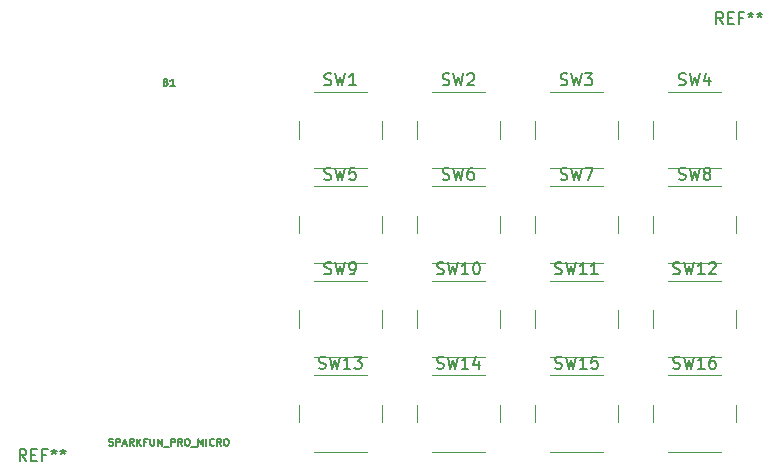
<source format=gbr>
G04 #@! TF.GenerationSoftware,KiCad,Pcbnew,(5.1.6)-1*
G04 #@! TF.CreationDate,2021-02-20T14:11:22-05:00*
G04 #@! TF.ProjectId,MacroKeyboard2,4d616372-6f4b-4657-9962-6f617264322e,rev?*
G04 #@! TF.SameCoordinates,Original*
G04 #@! TF.FileFunction,Legend,Top*
G04 #@! TF.FilePolarity,Positive*
%FSLAX46Y46*%
G04 Gerber Fmt 4.6, Leading zero omitted, Abs format (unit mm)*
G04 Created by KiCad (PCBNEW (5.1.6)-1) date 2021-02-20 14:11:22*
%MOMM*%
%LPD*%
G01*
G04 APERTURE LIST*
%ADD10C,0.120000*%
%ADD11C,0.150000*%
%ADD12C,0.127000*%
G04 APERTURE END LIST*
D10*
G04 #@! TO.C,SW1*
X106750000Y-35000000D02*
X106750000Y-33500000D01*
X105500000Y-31000000D02*
X101000000Y-31000000D01*
X99750000Y-33500000D02*
X99750000Y-35000000D01*
X101000000Y-37500000D02*
X105500000Y-37500000D01*
G04 #@! TO.C,SW2*
X111000000Y-37500000D02*
X115500000Y-37500000D01*
X109750000Y-33500000D02*
X109750000Y-35000000D01*
X115500000Y-31000000D02*
X111000000Y-31000000D01*
X116750000Y-35000000D02*
X116750000Y-33500000D01*
G04 #@! TO.C,SW3*
X121000000Y-37500000D02*
X125500000Y-37500000D01*
X119750000Y-33500000D02*
X119750000Y-35000000D01*
X125500000Y-31000000D02*
X121000000Y-31000000D01*
X126750000Y-35000000D02*
X126750000Y-33500000D01*
G04 #@! TO.C,SW4*
X131000000Y-37500000D02*
X135500000Y-37500000D01*
X129750000Y-33500000D02*
X129750000Y-35000000D01*
X135500000Y-31000000D02*
X131000000Y-31000000D01*
X136750000Y-35000000D02*
X136750000Y-33500000D01*
G04 #@! TO.C,SW5*
X101000000Y-45500000D02*
X105500000Y-45500000D01*
X99750000Y-41500000D02*
X99750000Y-43000000D01*
X105500000Y-39000000D02*
X101000000Y-39000000D01*
X106750000Y-43000000D02*
X106750000Y-41500000D01*
G04 #@! TO.C,SW6*
X116750000Y-43000000D02*
X116750000Y-41500000D01*
X115500000Y-39000000D02*
X111000000Y-39000000D01*
X109750000Y-41500000D02*
X109750000Y-43000000D01*
X111000000Y-45500000D02*
X115500000Y-45500000D01*
G04 #@! TO.C,SW7*
X126750000Y-43000000D02*
X126750000Y-41500000D01*
X125500000Y-39000000D02*
X121000000Y-39000000D01*
X119750000Y-41500000D02*
X119750000Y-43000000D01*
X121000000Y-45500000D02*
X125500000Y-45500000D01*
G04 #@! TO.C,SW8*
X136750000Y-43000000D02*
X136750000Y-41500000D01*
X135500000Y-39000000D02*
X131000000Y-39000000D01*
X129750000Y-41500000D02*
X129750000Y-43000000D01*
X131000000Y-45500000D02*
X135500000Y-45500000D01*
G04 #@! TO.C,SW9*
X106750000Y-51000000D02*
X106750000Y-49500000D01*
X105500000Y-47000000D02*
X101000000Y-47000000D01*
X99750000Y-49500000D02*
X99750000Y-51000000D01*
X101000000Y-53500000D02*
X105500000Y-53500000D01*
G04 #@! TO.C,SW10*
X111000000Y-53500000D02*
X115500000Y-53500000D01*
X109750000Y-49500000D02*
X109750000Y-51000000D01*
X115500000Y-47000000D02*
X111000000Y-47000000D01*
X116750000Y-51000000D02*
X116750000Y-49500000D01*
G04 #@! TO.C,SW11*
X126750000Y-51000000D02*
X126750000Y-49500000D01*
X125500000Y-47000000D02*
X121000000Y-47000000D01*
X119750000Y-49500000D02*
X119750000Y-51000000D01*
X121000000Y-53500000D02*
X125500000Y-53500000D01*
G04 #@! TO.C,SW12*
X131000000Y-53500000D02*
X135500000Y-53500000D01*
X129750000Y-49500000D02*
X129750000Y-51000000D01*
X135500000Y-47000000D02*
X131000000Y-47000000D01*
X136750000Y-51000000D02*
X136750000Y-49500000D01*
G04 #@! TO.C,SW13*
X101000000Y-61500000D02*
X105500000Y-61500000D01*
X99750000Y-57500000D02*
X99750000Y-59000000D01*
X105500000Y-55000000D02*
X101000000Y-55000000D01*
X106750000Y-59000000D02*
X106750000Y-57500000D01*
G04 #@! TO.C,SW14*
X116750000Y-59000000D02*
X116750000Y-57500000D01*
X115500000Y-55000000D02*
X111000000Y-55000000D01*
X109750000Y-57500000D02*
X109750000Y-59000000D01*
X111000000Y-61500000D02*
X115500000Y-61500000D01*
G04 #@! TO.C,SW15*
X121000000Y-61500000D02*
X125500000Y-61500000D01*
X119750000Y-57500000D02*
X119750000Y-59000000D01*
X125500000Y-55000000D02*
X121000000Y-55000000D01*
X126750000Y-59000000D02*
X126750000Y-57500000D01*
G04 #@! TO.C,SW16*
X136750000Y-59000000D02*
X136750000Y-57500000D01*
X135500000Y-55000000D02*
X131000000Y-55000000D01*
X129750000Y-57500000D02*
X129750000Y-59000000D01*
X131000000Y-61500000D02*
X135500000Y-61500000D01*
G04 #@! TO.C,REF\u002A\u002A*
D11*
X76666666Y-62252380D02*
X76333333Y-61776190D01*
X76095238Y-62252380D02*
X76095238Y-61252380D01*
X76476190Y-61252380D01*
X76571428Y-61300000D01*
X76619047Y-61347619D01*
X76666666Y-61442857D01*
X76666666Y-61585714D01*
X76619047Y-61680952D01*
X76571428Y-61728571D01*
X76476190Y-61776190D01*
X76095238Y-61776190D01*
X77095238Y-61728571D02*
X77428571Y-61728571D01*
X77571428Y-62252380D02*
X77095238Y-62252380D01*
X77095238Y-61252380D01*
X77571428Y-61252380D01*
X78333333Y-61728571D02*
X78000000Y-61728571D01*
X78000000Y-62252380D02*
X78000000Y-61252380D01*
X78476190Y-61252380D01*
X79000000Y-61252380D02*
X79000000Y-61490476D01*
X78761904Y-61395238D02*
X79000000Y-61490476D01*
X79238095Y-61395238D01*
X78857142Y-61680952D02*
X79000000Y-61490476D01*
X79142857Y-61680952D01*
X79761904Y-61252380D02*
X79761904Y-61490476D01*
X79523809Y-61395238D02*
X79761904Y-61490476D01*
X80000000Y-61395238D01*
X79619047Y-61680952D02*
X79761904Y-61490476D01*
X79904761Y-61680952D01*
X135666666Y-25252380D02*
X135333333Y-24776190D01*
X135095238Y-25252380D02*
X135095238Y-24252380D01*
X135476190Y-24252380D01*
X135571428Y-24300000D01*
X135619047Y-24347619D01*
X135666666Y-24442857D01*
X135666666Y-24585714D01*
X135619047Y-24680952D01*
X135571428Y-24728571D01*
X135476190Y-24776190D01*
X135095238Y-24776190D01*
X136095238Y-24728571D02*
X136428571Y-24728571D01*
X136571428Y-25252380D02*
X136095238Y-25252380D01*
X136095238Y-24252380D01*
X136571428Y-24252380D01*
X137333333Y-24728571D02*
X137000000Y-24728571D01*
X137000000Y-25252380D02*
X137000000Y-24252380D01*
X137476190Y-24252380D01*
X138000000Y-24252380D02*
X138000000Y-24490476D01*
X137761904Y-24395238D02*
X138000000Y-24490476D01*
X138238095Y-24395238D01*
X137857142Y-24680952D02*
X138000000Y-24490476D01*
X138142857Y-24680952D01*
X138761904Y-24252380D02*
X138761904Y-24490476D01*
X138523809Y-24395238D02*
X138761904Y-24490476D01*
X139000000Y-24395238D01*
X138619047Y-24680952D02*
X138761904Y-24490476D01*
X138904761Y-24680952D01*
G04 #@! TO.C,B1*
D12*
X88500857Y-30182457D02*
X88587942Y-30211485D01*
X88616971Y-30240514D01*
X88646000Y-30298571D01*
X88646000Y-30385657D01*
X88616971Y-30443714D01*
X88587942Y-30472742D01*
X88529885Y-30501771D01*
X88297657Y-30501771D01*
X88297657Y-29892171D01*
X88500857Y-29892171D01*
X88558914Y-29921200D01*
X88587942Y-29950228D01*
X88616971Y-30008285D01*
X88616971Y-30066342D01*
X88587942Y-30124400D01*
X88558914Y-30153428D01*
X88500857Y-30182457D01*
X88297657Y-30182457D01*
X89226571Y-30501771D02*
X88878228Y-30501771D01*
X89052400Y-30501771D02*
X89052400Y-29892171D01*
X88994342Y-29979257D01*
X88936285Y-30037314D01*
X88878228Y-30066342D01*
X83682114Y-60952742D02*
X83769200Y-60981771D01*
X83914342Y-60981771D01*
X83972400Y-60952742D01*
X84001428Y-60923714D01*
X84030457Y-60865657D01*
X84030457Y-60807600D01*
X84001428Y-60749542D01*
X83972400Y-60720514D01*
X83914342Y-60691485D01*
X83798228Y-60662457D01*
X83740171Y-60633428D01*
X83711142Y-60604400D01*
X83682114Y-60546342D01*
X83682114Y-60488285D01*
X83711142Y-60430228D01*
X83740171Y-60401200D01*
X83798228Y-60372171D01*
X83943371Y-60372171D01*
X84030457Y-60401200D01*
X84291714Y-60981771D02*
X84291714Y-60372171D01*
X84523942Y-60372171D01*
X84582000Y-60401200D01*
X84611028Y-60430228D01*
X84640057Y-60488285D01*
X84640057Y-60575371D01*
X84611028Y-60633428D01*
X84582000Y-60662457D01*
X84523942Y-60691485D01*
X84291714Y-60691485D01*
X84872285Y-60807600D02*
X85162571Y-60807600D01*
X84814228Y-60981771D02*
X85017428Y-60372171D01*
X85220628Y-60981771D01*
X85772171Y-60981771D02*
X85568971Y-60691485D01*
X85423828Y-60981771D02*
X85423828Y-60372171D01*
X85656057Y-60372171D01*
X85714114Y-60401200D01*
X85743142Y-60430228D01*
X85772171Y-60488285D01*
X85772171Y-60575371D01*
X85743142Y-60633428D01*
X85714114Y-60662457D01*
X85656057Y-60691485D01*
X85423828Y-60691485D01*
X86033428Y-60981771D02*
X86033428Y-60372171D01*
X86381771Y-60981771D02*
X86120514Y-60633428D01*
X86381771Y-60372171D02*
X86033428Y-60720514D01*
X86846228Y-60662457D02*
X86643028Y-60662457D01*
X86643028Y-60981771D02*
X86643028Y-60372171D01*
X86933314Y-60372171D01*
X87165542Y-60372171D02*
X87165542Y-60865657D01*
X87194571Y-60923714D01*
X87223600Y-60952742D01*
X87281657Y-60981771D01*
X87397771Y-60981771D01*
X87455828Y-60952742D01*
X87484857Y-60923714D01*
X87513885Y-60865657D01*
X87513885Y-60372171D01*
X87804171Y-60981771D02*
X87804171Y-60372171D01*
X88152514Y-60981771D01*
X88152514Y-60372171D01*
X88297657Y-61039828D02*
X88762114Y-61039828D01*
X88907257Y-60981771D02*
X88907257Y-60372171D01*
X89139485Y-60372171D01*
X89197542Y-60401200D01*
X89226571Y-60430228D01*
X89255600Y-60488285D01*
X89255600Y-60575371D01*
X89226571Y-60633428D01*
X89197542Y-60662457D01*
X89139485Y-60691485D01*
X88907257Y-60691485D01*
X89865200Y-60981771D02*
X89662000Y-60691485D01*
X89516857Y-60981771D02*
X89516857Y-60372171D01*
X89749085Y-60372171D01*
X89807142Y-60401200D01*
X89836171Y-60430228D01*
X89865200Y-60488285D01*
X89865200Y-60575371D01*
X89836171Y-60633428D01*
X89807142Y-60662457D01*
X89749085Y-60691485D01*
X89516857Y-60691485D01*
X90242571Y-60372171D02*
X90358685Y-60372171D01*
X90416742Y-60401200D01*
X90474800Y-60459257D01*
X90503828Y-60575371D01*
X90503828Y-60778571D01*
X90474800Y-60894685D01*
X90416742Y-60952742D01*
X90358685Y-60981771D01*
X90242571Y-60981771D01*
X90184514Y-60952742D01*
X90126457Y-60894685D01*
X90097428Y-60778571D01*
X90097428Y-60575371D01*
X90126457Y-60459257D01*
X90184514Y-60401200D01*
X90242571Y-60372171D01*
X90619942Y-61039828D02*
X91084400Y-61039828D01*
X91229542Y-60981771D02*
X91229542Y-60372171D01*
X91432742Y-60807600D01*
X91635942Y-60372171D01*
X91635942Y-60981771D01*
X91926228Y-60981771D02*
X91926228Y-60372171D01*
X92564857Y-60923714D02*
X92535828Y-60952742D01*
X92448742Y-60981771D01*
X92390685Y-60981771D01*
X92303600Y-60952742D01*
X92245542Y-60894685D01*
X92216514Y-60836628D01*
X92187485Y-60720514D01*
X92187485Y-60633428D01*
X92216514Y-60517314D01*
X92245542Y-60459257D01*
X92303600Y-60401200D01*
X92390685Y-60372171D01*
X92448742Y-60372171D01*
X92535828Y-60401200D01*
X92564857Y-60430228D01*
X93174457Y-60981771D02*
X92971257Y-60691485D01*
X92826114Y-60981771D02*
X92826114Y-60372171D01*
X93058342Y-60372171D01*
X93116400Y-60401200D01*
X93145428Y-60430228D01*
X93174457Y-60488285D01*
X93174457Y-60575371D01*
X93145428Y-60633428D01*
X93116400Y-60662457D01*
X93058342Y-60691485D01*
X92826114Y-60691485D01*
X93551828Y-60372171D02*
X93667942Y-60372171D01*
X93726000Y-60401200D01*
X93784057Y-60459257D01*
X93813085Y-60575371D01*
X93813085Y-60778571D01*
X93784057Y-60894685D01*
X93726000Y-60952742D01*
X93667942Y-60981771D01*
X93551828Y-60981771D01*
X93493771Y-60952742D01*
X93435714Y-60894685D01*
X93406685Y-60778571D01*
X93406685Y-60575371D01*
X93435714Y-60459257D01*
X93493771Y-60401200D01*
X93551828Y-60372171D01*
G04 #@! TO.C,SW1*
D11*
X101916666Y-30404761D02*
X102059523Y-30452380D01*
X102297619Y-30452380D01*
X102392857Y-30404761D01*
X102440476Y-30357142D01*
X102488095Y-30261904D01*
X102488095Y-30166666D01*
X102440476Y-30071428D01*
X102392857Y-30023809D01*
X102297619Y-29976190D01*
X102107142Y-29928571D01*
X102011904Y-29880952D01*
X101964285Y-29833333D01*
X101916666Y-29738095D01*
X101916666Y-29642857D01*
X101964285Y-29547619D01*
X102011904Y-29500000D01*
X102107142Y-29452380D01*
X102345238Y-29452380D01*
X102488095Y-29500000D01*
X102821428Y-29452380D02*
X103059523Y-30452380D01*
X103250000Y-29738095D01*
X103440476Y-30452380D01*
X103678571Y-29452380D01*
X104583333Y-30452380D02*
X104011904Y-30452380D01*
X104297619Y-30452380D02*
X104297619Y-29452380D01*
X104202380Y-29595238D01*
X104107142Y-29690476D01*
X104011904Y-29738095D01*
G04 #@! TO.C,SW2*
X111916666Y-30404761D02*
X112059523Y-30452380D01*
X112297619Y-30452380D01*
X112392857Y-30404761D01*
X112440476Y-30357142D01*
X112488095Y-30261904D01*
X112488095Y-30166666D01*
X112440476Y-30071428D01*
X112392857Y-30023809D01*
X112297619Y-29976190D01*
X112107142Y-29928571D01*
X112011904Y-29880952D01*
X111964285Y-29833333D01*
X111916666Y-29738095D01*
X111916666Y-29642857D01*
X111964285Y-29547619D01*
X112011904Y-29500000D01*
X112107142Y-29452380D01*
X112345238Y-29452380D01*
X112488095Y-29500000D01*
X112821428Y-29452380D02*
X113059523Y-30452380D01*
X113250000Y-29738095D01*
X113440476Y-30452380D01*
X113678571Y-29452380D01*
X114011904Y-29547619D02*
X114059523Y-29500000D01*
X114154761Y-29452380D01*
X114392857Y-29452380D01*
X114488095Y-29500000D01*
X114535714Y-29547619D01*
X114583333Y-29642857D01*
X114583333Y-29738095D01*
X114535714Y-29880952D01*
X113964285Y-30452380D01*
X114583333Y-30452380D01*
G04 #@! TO.C,SW3*
X121916666Y-30404761D02*
X122059523Y-30452380D01*
X122297619Y-30452380D01*
X122392857Y-30404761D01*
X122440476Y-30357142D01*
X122488095Y-30261904D01*
X122488095Y-30166666D01*
X122440476Y-30071428D01*
X122392857Y-30023809D01*
X122297619Y-29976190D01*
X122107142Y-29928571D01*
X122011904Y-29880952D01*
X121964285Y-29833333D01*
X121916666Y-29738095D01*
X121916666Y-29642857D01*
X121964285Y-29547619D01*
X122011904Y-29500000D01*
X122107142Y-29452380D01*
X122345238Y-29452380D01*
X122488095Y-29500000D01*
X122821428Y-29452380D02*
X123059523Y-30452380D01*
X123250000Y-29738095D01*
X123440476Y-30452380D01*
X123678571Y-29452380D01*
X123964285Y-29452380D02*
X124583333Y-29452380D01*
X124250000Y-29833333D01*
X124392857Y-29833333D01*
X124488095Y-29880952D01*
X124535714Y-29928571D01*
X124583333Y-30023809D01*
X124583333Y-30261904D01*
X124535714Y-30357142D01*
X124488095Y-30404761D01*
X124392857Y-30452380D01*
X124107142Y-30452380D01*
X124011904Y-30404761D01*
X123964285Y-30357142D01*
G04 #@! TO.C,SW4*
X131916666Y-30404761D02*
X132059523Y-30452380D01*
X132297619Y-30452380D01*
X132392857Y-30404761D01*
X132440476Y-30357142D01*
X132488095Y-30261904D01*
X132488095Y-30166666D01*
X132440476Y-30071428D01*
X132392857Y-30023809D01*
X132297619Y-29976190D01*
X132107142Y-29928571D01*
X132011904Y-29880952D01*
X131964285Y-29833333D01*
X131916666Y-29738095D01*
X131916666Y-29642857D01*
X131964285Y-29547619D01*
X132011904Y-29500000D01*
X132107142Y-29452380D01*
X132345238Y-29452380D01*
X132488095Y-29500000D01*
X132821428Y-29452380D02*
X133059523Y-30452380D01*
X133250000Y-29738095D01*
X133440476Y-30452380D01*
X133678571Y-29452380D01*
X134488095Y-29785714D02*
X134488095Y-30452380D01*
X134250000Y-29404761D02*
X134011904Y-30119047D01*
X134630952Y-30119047D01*
G04 #@! TO.C,SW5*
X101916666Y-38404761D02*
X102059523Y-38452380D01*
X102297619Y-38452380D01*
X102392857Y-38404761D01*
X102440476Y-38357142D01*
X102488095Y-38261904D01*
X102488095Y-38166666D01*
X102440476Y-38071428D01*
X102392857Y-38023809D01*
X102297619Y-37976190D01*
X102107142Y-37928571D01*
X102011904Y-37880952D01*
X101964285Y-37833333D01*
X101916666Y-37738095D01*
X101916666Y-37642857D01*
X101964285Y-37547619D01*
X102011904Y-37500000D01*
X102107142Y-37452380D01*
X102345238Y-37452380D01*
X102488095Y-37500000D01*
X102821428Y-37452380D02*
X103059523Y-38452380D01*
X103250000Y-37738095D01*
X103440476Y-38452380D01*
X103678571Y-37452380D01*
X104535714Y-37452380D02*
X104059523Y-37452380D01*
X104011904Y-37928571D01*
X104059523Y-37880952D01*
X104154761Y-37833333D01*
X104392857Y-37833333D01*
X104488095Y-37880952D01*
X104535714Y-37928571D01*
X104583333Y-38023809D01*
X104583333Y-38261904D01*
X104535714Y-38357142D01*
X104488095Y-38404761D01*
X104392857Y-38452380D01*
X104154761Y-38452380D01*
X104059523Y-38404761D01*
X104011904Y-38357142D01*
G04 #@! TO.C,SW6*
X111916666Y-38404761D02*
X112059523Y-38452380D01*
X112297619Y-38452380D01*
X112392857Y-38404761D01*
X112440476Y-38357142D01*
X112488095Y-38261904D01*
X112488095Y-38166666D01*
X112440476Y-38071428D01*
X112392857Y-38023809D01*
X112297619Y-37976190D01*
X112107142Y-37928571D01*
X112011904Y-37880952D01*
X111964285Y-37833333D01*
X111916666Y-37738095D01*
X111916666Y-37642857D01*
X111964285Y-37547619D01*
X112011904Y-37500000D01*
X112107142Y-37452380D01*
X112345238Y-37452380D01*
X112488095Y-37500000D01*
X112821428Y-37452380D02*
X113059523Y-38452380D01*
X113250000Y-37738095D01*
X113440476Y-38452380D01*
X113678571Y-37452380D01*
X114488095Y-37452380D02*
X114297619Y-37452380D01*
X114202380Y-37500000D01*
X114154761Y-37547619D01*
X114059523Y-37690476D01*
X114011904Y-37880952D01*
X114011904Y-38261904D01*
X114059523Y-38357142D01*
X114107142Y-38404761D01*
X114202380Y-38452380D01*
X114392857Y-38452380D01*
X114488095Y-38404761D01*
X114535714Y-38357142D01*
X114583333Y-38261904D01*
X114583333Y-38023809D01*
X114535714Y-37928571D01*
X114488095Y-37880952D01*
X114392857Y-37833333D01*
X114202380Y-37833333D01*
X114107142Y-37880952D01*
X114059523Y-37928571D01*
X114011904Y-38023809D01*
G04 #@! TO.C,SW7*
X121916666Y-38404761D02*
X122059523Y-38452380D01*
X122297619Y-38452380D01*
X122392857Y-38404761D01*
X122440476Y-38357142D01*
X122488095Y-38261904D01*
X122488095Y-38166666D01*
X122440476Y-38071428D01*
X122392857Y-38023809D01*
X122297619Y-37976190D01*
X122107142Y-37928571D01*
X122011904Y-37880952D01*
X121964285Y-37833333D01*
X121916666Y-37738095D01*
X121916666Y-37642857D01*
X121964285Y-37547619D01*
X122011904Y-37500000D01*
X122107142Y-37452380D01*
X122345238Y-37452380D01*
X122488095Y-37500000D01*
X122821428Y-37452380D02*
X123059523Y-38452380D01*
X123250000Y-37738095D01*
X123440476Y-38452380D01*
X123678571Y-37452380D01*
X123964285Y-37452380D02*
X124630952Y-37452380D01*
X124202380Y-38452380D01*
G04 #@! TO.C,SW8*
X131916666Y-38404761D02*
X132059523Y-38452380D01*
X132297619Y-38452380D01*
X132392857Y-38404761D01*
X132440476Y-38357142D01*
X132488095Y-38261904D01*
X132488095Y-38166666D01*
X132440476Y-38071428D01*
X132392857Y-38023809D01*
X132297619Y-37976190D01*
X132107142Y-37928571D01*
X132011904Y-37880952D01*
X131964285Y-37833333D01*
X131916666Y-37738095D01*
X131916666Y-37642857D01*
X131964285Y-37547619D01*
X132011904Y-37500000D01*
X132107142Y-37452380D01*
X132345238Y-37452380D01*
X132488095Y-37500000D01*
X132821428Y-37452380D02*
X133059523Y-38452380D01*
X133250000Y-37738095D01*
X133440476Y-38452380D01*
X133678571Y-37452380D01*
X134202380Y-37880952D02*
X134107142Y-37833333D01*
X134059523Y-37785714D01*
X134011904Y-37690476D01*
X134011904Y-37642857D01*
X134059523Y-37547619D01*
X134107142Y-37500000D01*
X134202380Y-37452380D01*
X134392857Y-37452380D01*
X134488095Y-37500000D01*
X134535714Y-37547619D01*
X134583333Y-37642857D01*
X134583333Y-37690476D01*
X134535714Y-37785714D01*
X134488095Y-37833333D01*
X134392857Y-37880952D01*
X134202380Y-37880952D01*
X134107142Y-37928571D01*
X134059523Y-37976190D01*
X134011904Y-38071428D01*
X134011904Y-38261904D01*
X134059523Y-38357142D01*
X134107142Y-38404761D01*
X134202380Y-38452380D01*
X134392857Y-38452380D01*
X134488095Y-38404761D01*
X134535714Y-38357142D01*
X134583333Y-38261904D01*
X134583333Y-38071428D01*
X134535714Y-37976190D01*
X134488095Y-37928571D01*
X134392857Y-37880952D01*
G04 #@! TO.C,SW9*
X101916666Y-46404761D02*
X102059523Y-46452380D01*
X102297619Y-46452380D01*
X102392857Y-46404761D01*
X102440476Y-46357142D01*
X102488095Y-46261904D01*
X102488095Y-46166666D01*
X102440476Y-46071428D01*
X102392857Y-46023809D01*
X102297619Y-45976190D01*
X102107142Y-45928571D01*
X102011904Y-45880952D01*
X101964285Y-45833333D01*
X101916666Y-45738095D01*
X101916666Y-45642857D01*
X101964285Y-45547619D01*
X102011904Y-45500000D01*
X102107142Y-45452380D01*
X102345238Y-45452380D01*
X102488095Y-45500000D01*
X102821428Y-45452380D02*
X103059523Y-46452380D01*
X103250000Y-45738095D01*
X103440476Y-46452380D01*
X103678571Y-45452380D01*
X104107142Y-46452380D02*
X104297619Y-46452380D01*
X104392857Y-46404761D01*
X104440476Y-46357142D01*
X104535714Y-46214285D01*
X104583333Y-46023809D01*
X104583333Y-45642857D01*
X104535714Y-45547619D01*
X104488095Y-45500000D01*
X104392857Y-45452380D01*
X104202380Y-45452380D01*
X104107142Y-45500000D01*
X104059523Y-45547619D01*
X104011904Y-45642857D01*
X104011904Y-45880952D01*
X104059523Y-45976190D01*
X104107142Y-46023809D01*
X104202380Y-46071428D01*
X104392857Y-46071428D01*
X104488095Y-46023809D01*
X104535714Y-45976190D01*
X104583333Y-45880952D01*
G04 #@! TO.C,SW10*
X111440476Y-46404761D02*
X111583333Y-46452380D01*
X111821428Y-46452380D01*
X111916666Y-46404761D01*
X111964285Y-46357142D01*
X112011904Y-46261904D01*
X112011904Y-46166666D01*
X111964285Y-46071428D01*
X111916666Y-46023809D01*
X111821428Y-45976190D01*
X111630952Y-45928571D01*
X111535714Y-45880952D01*
X111488095Y-45833333D01*
X111440476Y-45738095D01*
X111440476Y-45642857D01*
X111488095Y-45547619D01*
X111535714Y-45500000D01*
X111630952Y-45452380D01*
X111869047Y-45452380D01*
X112011904Y-45500000D01*
X112345238Y-45452380D02*
X112583333Y-46452380D01*
X112773809Y-45738095D01*
X112964285Y-46452380D01*
X113202380Y-45452380D01*
X114107142Y-46452380D02*
X113535714Y-46452380D01*
X113821428Y-46452380D02*
X113821428Y-45452380D01*
X113726190Y-45595238D01*
X113630952Y-45690476D01*
X113535714Y-45738095D01*
X114726190Y-45452380D02*
X114821428Y-45452380D01*
X114916666Y-45500000D01*
X114964285Y-45547619D01*
X115011904Y-45642857D01*
X115059523Y-45833333D01*
X115059523Y-46071428D01*
X115011904Y-46261904D01*
X114964285Y-46357142D01*
X114916666Y-46404761D01*
X114821428Y-46452380D01*
X114726190Y-46452380D01*
X114630952Y-46404761D01*
X114583333Y-46357142D01*
X114535714Y-46261904D01*
X114488095Y-46071428D01*
X114488095Y-45833333D01*
X114535714Y-45642857D01*
X114583333Y-45547619D01*
X114630952Y-45500000D01*
X114726190Y-45452380D01*
G04 #@! TO.C,SW11*
X121440476Y-46404761D02*
X121583333Y-46452380D01*
X121821428Y-46452380D01*
X121916666Y-46404761D01*
X121964285Y-46357142D01*
X122011904Y-46261904D01*
X122011904Y-46166666D01*
X121964285Y-46071428D01*
X121916666Y-46023809D01*
X121821428Y-45976190D01*
X121630952Y-45928571D01*
X121535714Y-45880952D01*
X121488095Y-45833333D01*
X121440476Y-45738095D01*
X121440476Y-45642857D01*
X121488095Y-45547619D01*
X121535714Y-45500000D01*
X121630952Y-45452380D01*
X121869047Y-45452380D01*
X122011904Y-45500000D01*
X122345238Y-45452380D02*
X122583333Y-46452380D01*
X122773809Y-45738095D01*
X122964285Y-46452380D01*
X123202380Y-45452380D01*
X124107142Y-46452380D02*
X123535714Y-46452380D01*
X123821428Y-46452380D02*
X123821428Y-45452380D01*
X123726190Y-45595238D01*
X123630952Y-45690476D01*
X123535714Y-45738095D01*
X125059523Y-46452380D02*
X124488095Y-46452380D01*
X124773809Y-46452380D02*
X124773809Y-45452380D01*
X124678571Y-45595238D01*
X124583333Y-45690476D01*
X124488095Y-45738095D01*
G04 #@! TO.C,SW12*
X131440476Y-46404761D02*
X131583333Y-46452380D01*
X131821428Y-46452380D01*
X131916666Y-46404761D01*
X131964285Y-46357142D01*
X132011904Y-46261904D01*
X132011904Y-46166666D01*
X131964285Y-46071428D01*
X131916666Y-46023809D01*
X131821428Y-45976190D01*
X131630952Y-45928571D01*
X131535714Y-45880952D01*
X131488095Y-45833333D01*
X131440476Y-45738095D01*
X131440476Y-45642857D01*
X131488095Y-45547619D01*
X131535714Y-45500000D01*
X131630952Y-45452380D01*
X131869047Y-45452380D01*
X132011904Y-45500000D01*
X132345238Y-45452380D02*
X132583333Y-46452380D01*
X132773809Y-45738095D01*
X132964285Y-46452380D01*
X133202380Y-45452380D01*
X134107142Y-46452380D02*
X133535714Y-46452380D01*
X133821428Y-46452380D02*
X133821428Y-45452380D01*
X133726190Y-45595238D01*
X133630952Y-45690476D01*
X133535714Y-45738095D01*
X134488095Y-45547619D02*
X134535714Y-45500000D01*
X134630952Y-45452380D01*
X134869047Y-45452380D01*
X134964285Y-45500000D01*
X135011904Y-45547619D01*
X135059523Y-45642857D01*
X135059523Y-45738095D01*
X135011904Y-45880952D01*
X134440476Y-46452380D01*
X135059523Y-46452380D01*
G04 #@! TO.C,SW13*
X101440476Y-54404761D02*
X101583333Y-54452380D01*
X101821428Y-54452380D01*
X101916666Y-54404761D01*
X101964285Y-54357142D01*
X102011904Y-54261904D01*
X102011904Y-54166666D01*
X101964285Y-54071428D01*
X101916666Y-54023809D01*
X101821428Y-53976190D01*
X101630952Y-53928571D01*
X101535714Y-53880952D01*
X101488095Y-53833333D01*
X101440476Y-53738095D01*
X101440476Y-53642857D01*
X101488095Y-53547619D01*
X101535714Y-53500000D01*
X101630952Y-53452380D01*
X101869047Y-53452380D01*
X102011904Y-53500000D01*
X102345238Y-53452380D02*
X102583333Y-54452380D01*
X102773809Y-53738095D01*
X102964285Y-54452380D01*
X103202380Y-53452380D01*
X104107142Y-54452380D02*
X103535714Y-54452380D01*
X103821428Y-54452380D02*
X103821428Y-53452380D01*
X103726190Y-53595238D01*
X103630952Y-53690476D01*
X103535714Y-53738095D01*
X104440476Y-53452380D02*
X105059523Y-53452380D01*
X104726190Y-53833333D01*
X104869047Y-53833333D01*
X104964285Y-53880952D01*
X105011904Y-53928571D01*
X105059523Y-54023809D01*
X105059523Y-54261904D01*
X105011904Y-54357142D01*
X104964285Y-54404761D01*
X104869047Y-54452380D01*
X104583333Y-54452380D01*
X104488095Y-54404761D01*
X104440476Y-54357142D01*
G04 #@! TO.C,SW14*
X111440476Y-54404761D02*
X111583333Y-54452380D01*
X111821428Y-54452380D01*
X111916666Y-54404761D01*
X111964285Y-54357142D01*
X112011904Y-54261904D01*
X112011904Y-54166666D01*
X111964285Y-54071428D01*
X111916666Y-54023809D01*
X111821428Y-53976190D01*
X111630952Y-53928571D01*
X111535714Y-53880952D01*
X111488095Y-53833333D01*
X111440476Y-53738095D01*
X111440476Y-53642857D01*
X111488095Y-53547619D01*
X111535714Y-53500000D01*
X111630952Y-53452380D01*
X111869047Y-53452380D01*
X112011904Y-53500000D01*
X112345238Y-53452380D02*
X112583333Y-54452380D01*
X112773809Y-53738095D01*
X112964285Y-54452380D01*
X113202380Y-53452380D01*
X114107142Y-54452380D02*
X113535714Y-54452380D01*
X113821428Y-54452380D02*
X113821428Y-53452380D01*
X113726190Y-53595238D01*
X113630952Y-53690476D01*
X113535714Y-53738095D01*
X114964285Y-53785714D02*
X114964285Y-54452380D01*
X114726190Y-53404761D02*
X114488095Y-54119047D01*
X115107142Y-54119047D01*
G04 #@! TO.C,SW15*
X121440476Y-54404761D02*
X121583333Y-54452380D01*
X121821428Y-54452380D01*
X121916666Y-54404761D01*
X121964285Y-54357142D01*
X122011904Y-54261904D01*
X122011904Y-54166666D01*
X121964285Y-54071428D01*
X121916666Y-54023809D01*
X121821428Y-53976190D01*
X121630952Y-53928571D01*
X121535714Y-53880952D01*
X121488095Y-53833333D01*
X121440476Y-53738095D01*
X121440476Y-53642857D01*
X121488095Y-53547619D01*
X121535714Y-53500000D01*
X121630952Y-53452380D01*
X121869047Y-53452380D01*
X122011904Y-53500000D01*
X122345238Y-53452380D02*
X122583333Y-54452380D01*
X122773809Y-53738095D01*
X122964285Y-54452380D01*
X123202380Y-53452380D01*
X124107142Y-54452380D02*
X123535714Y-54452380D01*
X123821428Y-54452380D02*
X123821428Y-53452380D01*
X123726190Y-53595238D01*
X123630952Y-53690476D01*
X123535714Y-53738095D01*
X125011904Y-53452380D02*
X124535714Y-53452380D01*
X124488095Y-53928571D01*
X124535714Y-53880952D01*
X124630952Y-53833333D01*
X124869047Y-53833333D01*
X124964285Y-53880952D01*
X125011904Y-53928571D01*
X125059523Y-54023809D01*
X125059523Y-54261904D01*
X125011904Y-54357142D01*
X124964285Y-54404761D01*
X124869047Y-54452380D01*
X124630952Y-54452380D01*
X124535714Y-54404761D01*
X124488095Y-54357142D01*
G04 #@! TO.C,SW16*
X131440476Y-54404761D02*
X131583333Y-54452380D01*
X131821428Y-54452380D01*
X131916666Y-54404761D01*
X131964285Y-54357142D01*
X132011904Y-54261904D01*
X132011904Y-54166666D01*
X131964285Y-54071428D01*
X131916666Y-54023809D01*
X131821428Y-53976190D01*
X131630952Y-53928571D01*
X131535714Y-53880952D01*
X131488095Y-53833333D01*
X131440476Y-53738095D01*
X131440476Y-53642857D01*
X131488095Y-53547619D01*
X131535714Y-53500000D01*
X131630952Y-53452380D01*
X131869047Y-53452380D01*
X132011904Y-53500000D01*
X132345238Y-53452380D02*
X132583333Y-54452380D01*
X132773809Y-53738095D01*
X132964285Y-54452380D01*
X133202380Y-53452380D01*
X134107142Y-54452380D02*
X133535714Y-54452380D01*
X133821428Y-54452380D02*
X133821428Y-53452380D01*
X133726190Y-53595238D01*
X133630952Y-53690476D01*
X133535714Y-53738095D01*
X134964285Y-53452380D02*
X134773809Y-53452380D01*
X134678571Y-53500000D01*
X134630952Y-53547619D01*
X134535714Y-53690476D01*
X134488095Y-53880952D01*
X134488095Y-54261904D01*
X134535714Y-54357142D01*
X134583333Y-54404761D01*
X134678571Y-54452380D01*
X134869047Y-54452380D01*
X134964285Y-54404761D01*
X135011904Y-54357142D01*
X135059523Y-54261904D01*
X135059523Y-54023809D01*
X135011904Y-53928571D01*
X134964285Y-53880952D01*
X134869047Y-53833333D01*
X134678571Y-53833333D01*
X134583333Y-53880952D01*
X134535714Y-53928571D01*
X134488095Y-54023809D01*
G04 #@! TD*
M02*

</source>
